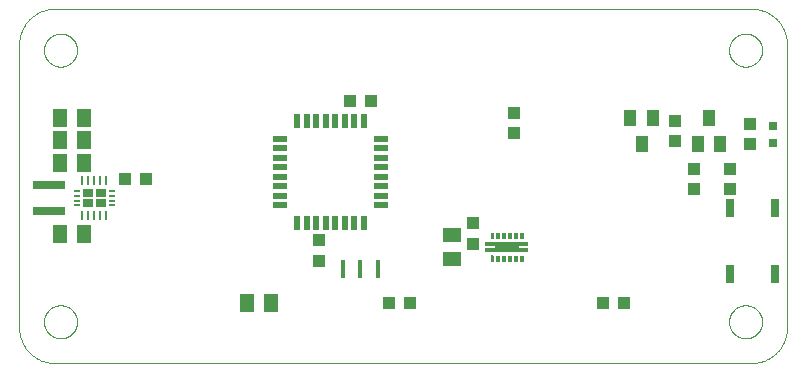
<source format=gtp>
G75*
%MOIN*%
%OFA0B0*%
%FSLAX25Y25*%
%IPPOS*%
%LPD*%
%AMOC8*
5,1,8,0,0,1.08239X$1,22.5*
%
%ADD10C,0.00000*%
%ADD11C,0.00906*%
%ADD12R,0.02264X0.00984*%
%ADD13R,0.02264X0.00886*%
%ADD14R,0.03543X0.02657*%
%ADD15R,0.00906X0.02697*%
%ADD16R,0.10600X0.03150*%
%ADD17R,0.02200X0.05000*%
%ADD18R,0.05000X0.02200*%
%ADD19R,0.04252X0.04134*%
%ADD20R,0.01575X0.06299*%
%ADD21R,0.04134X0.04252*%
%ADD22R,0.05118X0.06299*%
%ADD23R,0.04331X0.03937*%
%ADD24R,0.03150X0.03150*%
%ADD25R,0.06299X0.05118*%
%ADD26R,0.03937X0.05512*%
%ADD27R,0.03000X0.06000*%
%ADD28R,0.01102X0.01969*%
%ADD29R,0.07874X0.03543*%
%ADD30C,0.00100*%
%ADD31C,0.00600*%
%ADD32R,0.03200X0.01600*%
D10*
X0016811Y0006117D02*
X0249094Y0006117D01*
X0249379Y0006120D01*
X0249665Y0006131D01*
X0249950Y0006148D01*
X0250234Y0006172D01*
X0250518Y0006203D01*
X0250801Y0006241D01*
X0251082Y0006286D01*
X0251363Y0006337D01*
X0251643Y0006395D01*
X0251921Y0006460D01*
X0252197Y0006532D01*
X0252471Y0006610D01*
X0252744Y0006695D01*
X0253014Y0006787D01*
X0253282Y0006885D01*
X0253548Y0006989D01*
X0253811Y0007100D01*
X0254071Y0007217D01*
X0254329Y0007340D01*
X0254583Y0007470D01*
X0254834Y0007606D01*
X0255082Y0007747D01*
X0255326Y0007895D01*
X0255567Y0008048D01*
X0255803Y0008208D01*
X0256036Y0008373D01*
X0256265Y0008543D01*
X0256490Y0008719D01*
X0256710Y0008901D01*
X0256926Y0009087D01*
X0257137Y0009279D01*
X0257344Y0009476D01*
X0257546Y0009678D01*
X0257743Y0009885D01*
X0257935Y0010096D01*
X0258121Y0010312D01*
X0258303Y0010532D01*
X0258479Y0010757D01*
X0258649Y0010986D01*
X0258814Y0011219D01*
X0258974Y0011455D01*
X0259127Y0011696D01*
X0259275Y0011940D01*
X0259416Y0012188D01*
X0259552Y0012439D01*
X0259682Y0012693D01*
X0259805Y0012951D01*
X0259922Y0013211D01*
X0260033Y0013474D01*
X0260137Y0013740D01*
X0260235Y0014008D01*
X0260327Y0014278D01*
X0260412Y0014551D01*
X0260490Y0014825D01*
X0260562Y0015101D01*
X0260627Y0015379D01*
X0260685Y0015659D01*
X0260736Y0015940D01*
X0260781Y0016221D01*
X0260819Y0016504D01*
X0260850Y0016788D01*
X0260874Y0017072D01*
X0260891Y0017357D01*
X0260902Y0017643D01*
X0260905Y0017928D01*
X0260906Y0017928D02*
X0260906Y0112416D01*
X0260905Y0112416D02*
X0260902Y0112701D01*
X0260891Y0112987D01*
X0260874Y0113272D01*
X0260850Y0113556D01*
X0260819Y0113840D01*
X0260781Y0114123D01*
X0260736Y0114404D01*
X0260685Y0114685D01*
X0260627Y0114965D01*
X0260562Y0115243D01*
X0260490Y0115519D01*
X0260412Y0115793D01*
X0260327Y0116066D01*
X0260235Y0116336D01*
X0260137Y0116604D01*
X0260033Y0116870D01*
X0259922Y0117133D01*
X0259805Y0117393D01*
X0259682Y0117651D01*
X0259552Y0117905D01*
X0259416Y0118156D01*
X0259275Y0118404D01*
X0259127Y0118648D01*
X0258974Y0118889D01*
X0258814Y0119125D01*
X0258649Y0119358D01*
X0258479Y0119587D01*
X0258303Y0119812D01*
X0258121Y0120032D01*
X0257935Y0120248D01*
X0257743Y0120459D01*
X0257546Y0120666D01*
X0257344Y0120868D01*
X0257137Y0121065D01*
X0256926Y0121257D01*
X0256710Y0121443D01*
X0256490Y0121625D01*
X0256265Y0121801D01*
X0256036Y0121971D01*
X0255803Y0122136D01*
X0255567Y0122296D01*
X0255326Y0122449D01*
X0255082Y0122597D01*
X0254834Y0122738D01*
X0254583Y0122874D01*
X0254329Y0123004D01*
X0254071Y0123127D01*
X0253811Y0123244D01*
X0253548Y0123355D01*
X0253282Y0123459D01*
X0253014Y0123557D01*
X0252744Y0123649D01*
X0252471Y0123734D01*
X0252197Y0123812D01*
X0251921Y0123884D01*
X0251643Y0123949D01*
X0251363Y0124007D01*
X0251082Y0124058D01*
X0250801Y0124103D01*
X0250518Y0124141D01*
X0250234Y0124172D01*
X0249950Y0124196D01*
X0249665Y0124213D01*
X0249379Y0124224D01*
X0249094Y0124227D01*
X0016811Y0124227D01*
X0016526Y0124224D01*
X0016240Y0124213D01*
X0015955Y0124196D01*
X0015671Y0124172D01*
X0015387Y0124141D01*
X0015104Y0124103D01*
X0014823Y0124058D01*
X0014542Y0124007D01*
X0014262Y0123949D01*
X0013984Y0123884D01*
X0013708Y0123812D01*
X0013434Y0123734D01*
X0013161Y0123649D01*
X0012891Y0123557D01*
X0012623Y0123459D01*
X0012357Y0123355D01*
X0012094Y0123244D01*
X0011834Y0123127D01*
X0011576Y0123004D01*
X0011322Y0122874D01*
X0011071Y0122738D01*
X0010823Y0122597D01*
X0010579Y0122449D01*
X0010338Y0122296D01*
X0010102Y0122136D01*
X0009869Y0121971D01*
X0009640Y0121801D01*
X0009415Y0121625D01*
X0009195Y0121443D01*
X0008979Y0121257D01*
X0008768Y0121065D01*
X0008561Y0120868D01*
X0008359Y0120666D01*
X0008162Y0120459D01*
X0007970Y0120248D01*
X0007784Y0120032D01*
X0007602Y0119812D01*
X0007426Y0119587D01*
X0007256Y0119358D01*
X0007091Y0119125D01*
X0006931Y0118889D01*
X0006778Y0118648D01*
X0006630Y0118404D01*
X0006489Y0118156D01*
X0006353Y0117905D01*
X0006223Y0117651D01*
X0006100Y0117393D01*
X0005983Y0117133D01*
X0005872Y0116870D01*
X0005768Y0116604D01*
X0005670Y0116336D01*
X0005578Y0116066D01*
X0005493Y0115793D01*
X0005415Y0115519D01*
X0005343Y0115243D01*
X0005278Y0114965D01*
X0005220Y0114685D01*
X0005169Y0114404D01*
X0005124Y0114123D01*
X0005086Y0113840D01*
X0005055Y0113556D01*
X0005031Y0113272D01*
X0005014Y0112987D01*
X0005003Y0112701D01*
X0005000Y0112416D01*
X0005000Y0017928D01*
X0005003Y0017643D01*
X0005014Y0017357D01*
X0005031Y0017072D01*
X0005055Y0016788D01*
X0005086Y0016504D01*
X0005124Y0016221D01*
X0005169Y0015940D01*
X0005220Y0015659D01*
X0005278Y0015379D01*
X0005343Y0015101D01*
X0005415Y0014825D01*
X0005493Y0014551D01*
X0005578Y0014278D01*
X0005670Y0014008D01*
X0005768Y0013740D01*
X0005872Y0013474D01*
X0005983Y0013211D01*
X0006100Y0012951D01*
X0006223Y0012693D01*
X0006353Y0012439D01*
X0006489Y0012188D01*
X0006630Y0011940D01*
X0006778Y0011696D01*
X0006931Y0011455D01*
X0007091Y0011219D01*
X0007256Y0010986D01*
X0007426Y0010757D01*
X0007602Y0010532D01*
X0007784Y0010312D01*
X0007970Y0010096D01*
X0008162Y0009885D01*
X0008359Y0009678D01*
X0008561Y0009476D01*
X0008768Y0009279D01*
X0008979Y0009087D01*
X0009195Y0008901D01*
X0009415Y0008719D01*
X0009640Y0008543D01*
X0009869Y0008373D01*
X0010102Y0008208D01*
X0010338Y0008048D01*
X0010579Y0007895D01*
X0010823Y0007747D01*
X0011071Y0007606D01*
X0011322Y0007470D01*
X0011576Y0007340D01*
X0011834Y0007217D01*
X0012094Y0007100D01*
X0012357Y0006989D01*
X0012623Y0006885D01*
X0012891Y0006787D01*
X0013161Y0006695D01*
X0013434Y0006610D01*
X0013708Y0006532D01*
X0013984Y0006460D01*
X0014262Y0006395D01*
X0014542Y0006337D01*
X0014823Y0006286D01*
X0015104Y0006241D01*
X0015387Y0006203D01*
X0015671Y0006172D01*
X0015955Y0006148D01*
X0016240Y0006131D01*
X0016526Y0006120D01*
X0016811Y0006117D01*
X0013268Y0019896D02*
X0013270Y0020044D01*
X0013276Y0020192D01*
X0013286Y0020340D01*
X0013300Y0020487D01*
X0013318Y0020634D01*
X0013339Y0020780D01*
X0013365Y0020926D01*
X0013395Y0021071D01*
X0013428Y0021215D01*
X0013466Y0021358D01*
X0013507Y0021500D01*
X0013552Y0021641D01*
X0013600Y0021781D01*
X0013653Y0021920D01*
X0013709Y0022057D01*
X0013769Y0022192D01*
X0013832Y0022326D01*
X0013899Y0022458D01*
X0013970Y0022588D01*
X0014044Y0022716D01*
X0014121Y0022842D01*
X0014202Y0022966D01*
X0014286Y0023088D01*
X0014373Y0023207D01*
X0014464Y0023324D01*
X0014558Y0023439D01*
X0014654Y0023551D01*
X0014754Y0023661D01*
X0014856Y0023767D01*
X0014962Y0023871D01*
X0015070Y0023972D01*
X0015181Y0024070D01*
X0015294Y0024166D01*
X0015410Y0024258D01*
X0015528Y0024347D01*
X0015649Y0024432D01*
X0015772Y0024515D01*
X0015897Y0024594D01*
X0016024Y0024670D01*
X0016153Y0024742D01*
X0016284Y0024811D01*
X0016417Y0024876D01*
X0016552Y0024937D01*
X0016688Y0024995D01*
X0016825Y0025050D01*
X0016964Y0025100D01*
X0017105Y0025147D01*
X0017246Y0025190D01*
X0017389Y0025230D01*
X0017533Y0025265D01*
X0017677Y0025297D01*
X0017823Y0025324D01*
X0017969Y0025348D01*
X0018116Y0025368D01*
X0018263Y0025384D01*
X0018410Y0025396D01*
X0018558Y0025404D01*
X0018706Y0025408D01*
X0018854Y0025408D01*
X0019002Y0025404D01*
X0019150Y0025396D01*
X0019297Y0025384D01*
X0019444Y0025368D01*
X0019591Y0025348D01*
X0019737Y0025324D01*
X0019883Y0025297D01*
X0020027Y0025265D01*
X0020171Y0025230D01*
X0020314Y0025190D01*
X0020455Y0025147D01*
X0020596Y0025100D01*
X0020735Y0025050D01*
X0020872Y0024995D01*
X0021008Y0024937D01*
X0021143Y0024876D01*
X0021276Y0024811D01*
X0021407Y0024742D01*
X0021536Y0024670D01*
X0021663Y0024594D01*
X0021788Y0024515D01*
X0021911Y0024432D01*
X0022032Y0024347D01*
X0022150Y0024258D01*
X0022266Y0024166D01*
X0022379Y0024070D01*
X0022490Y0023972D01*
X0022598Y0023871D01*
X0022704Y0023767D01*
X0022806Y0023661D01*
X0022906Y0023551D01*
X0023002Y0023439D01*
X0023096Y0023324D01*
X0023187Y0023207D01*
X0023274Y0023088D01*
X0023358Y0022966D01*
X0023439Y0022842D01*
X0023516Y0022716D01*
X0023590Y0022588D01*
X0023661Y0022458D01*
X0023728Y0022326D01*
X0023791Y0022192D01*
X0023851Y0022057D01*
X0023907Y0021920D01*
X0023960Y0021781D01*
X0024008Y0021641D01*
X0024053Y0021500D01*
X0024094Y0021358D01*
X0024132Y0021215D01*
X0024165Y0021071D01*
X0024195Y0020926D01*
X0024221Y0020780D01*
X0024242Y0020634D01*
X0024260Y0020487D01*
X0024274Y0020340D01*
X0024284Y0020192D01*
X0024290Y0020044D01*
X0024292Y0019896D01*
X0024290Y0019748D01*
X0024284Y0019600D01*
X0024274Y0019452D01*
X0024260Y0019305D01*
X0024242Y0019158D01*
X0024221Y0019012D01*
X0024195Y0018866D01*
X0024165Y0018721D01*
X0024132Y0018577D01*
X0024094Y0018434D01*
X0024053Y0018292D01*
X0024008Y0018151D01*
X0023960Y0018011D01*
X0023907Y0017872D01*
X0023851Y0017735D01*
X0023791Y0017600D01*
X0023728Y0017466D01*
X0023661Y0017334D01*
X0023590Y0017204D01*
X0023516Y0017076D01*
X0023439Y0016950D01*
X0023358Y0016826D01*
X0023274Y0016704D01*
X0023187Y0016585D01*
X0023096Y0016468D01*
X0023002Y0016353D01*
X0022906Y0016241D01*
X0022806Y0016131D01*
X0022704Y0016025D01*
X0022598Y0015921D01*
X0022490Y0015820D01*
X0022379Y0015722D01*
X0022266Y0015626D01*
X0022150Y0015534D01*
X0022032Y0015445D01*
X0021911Y0015360D01*
X0021788Y0015277D01*
X0021663Y0015198D01*
X0021536Y0015122D01*
X0021407Y0015050D01*
X0021276Y0014981D01*
X0021143Y0014916D01*
X0021008Y0014855D01*
X0020872Y0014797D01*
X0020735Y0014742D01*
X0020596Y0014692D01*
X0020455Y0014645D01*
X0020314Y0014602D01*
X0020171Y0014562D01*
X0020027Y0014527D01*
X0019883Y0014495D01*
X0019737Y0014468D01*
X0019591Y0014444D01*
X0019444Y0014424D01*
X0019297Y0014408D01*
X0019150Y0014396D01*
X0019002Y0014388D01*
X0018854Y0014384D01*
X0018706Y0014384D01*
X0018558Y0014388D01*
X0018410Y0014396D01*
X0018263Y0014408D01*
X0018116Y0014424D01*
X0017969Y0014444D01*
X0017823Y0014468D01*
X0017677Y0014495D01*
X0017533Y0014527D01*
X0017389Y0014562D01*
X0017246Y0014602D01*
X0017105Y0014645D01*
X0016964Y0014692D01*
X0016825Y0014742D01*
X0016688Y0014797D01*
X0016552Y0014855D01*
X0016417Y0014916D01*
X0016284Y0014981D01*
X0016153Y0015050D01*
X0016024Y0015122D01*
X0015897Y0015198D01*
X0015772Y0015277D01*
X0015649Y0015360D01*
X0015528Y0015445D01*
X0015410Y0015534D01*
X0015294Y0015626D01*
X0015181Y0015722D01*
X0015070Y0015820D01*
X0014962Y0015921D01*
X0014856Y0016025D01*
X0014754Y0016131D01*
X0014654Y0016241D01*
X0014558Y0016353D01*
X0014464Y0016468D01*
X0014373Y0016585D01*
X0014286Y0016704D01*
X0014202Y0016826D01*
X0014121Y0016950D01*
X0014044Y0017076D01*
X0013970Y0017204D01*
X0013899Y0017334D01*
X0013832Y0017466D01*
X0013769Y0017600D01*
X0013709Y0017735D01*
X0013653Y0017872D01*
X0013600Y0018011D01*
X0013552Y0018151D01*
X0013507Y0018292D01*
X0013466Y0018434D01*
X0013428Y0018577D01*
X0013395Y0018721D01*
X0013365Y0018866D01*
X0013339Y0019012D01*
X0013318Y0019158D01*
X0013300Y0019305D01*
X0013286Y0019452D01*
X0013276Y0019600D01*
X0013270Y0019748D01*
X0013268Y0019896D01*
X0013268Y0110447D02*
X0013270Y0110595D01*
X0013276Y0110743D01*
X0013286Y0110891D01*
X0013300Y0111038D01*
X0013318Y0111185D01*
X0013339Y0111331D01*
X0013365Y0111477D01*
X0013395Y0111622D01*
X0013428Y0111766D01*
X0013466Y0111909D01*
X0013507Y0112051D01*
X0013552Y0112192D01*
X0013600Y0112332D01*
X0013653Y0112471D01*
X0013709Y0112608D01*
X0013769Y0112743D01*
X0013832Y0112877D01*
X0013899Y0113009D01*
X0013970Y0113139D01*
X0014044Y0113267D01*
X0014121Y0113393D01*
X0014202Y0113517D01*
X0014286Y0113639D01*
X0014373Y0113758D01*
X0014464Y0113875D01*
X0014558Y0113990D01*
X0014654Y0114102D01*
X0014754Y0114212D01*
X0014856Y0114318D01*
X0014962Y0114422D01*
X0015070Y0114523D01*
X0015181Y0114621D01*
X0015294Y0114717D01*
X0015410Y0114809D01*
X0015528Y0114898D01*
X0015649Y0114983D01*
X0015772Y0115066D01*
X0015897Y0115145D01*
X0016024Y0115221D01*
X0016153Y0115293D01*
X0016284Y0115362D01*
X0016417Y0115427D01*
X0016552Y0115488D01*
X0016688Y0115546D01*
X0016825Y0115601D01*
X0016964Y0115651D01*
X0017105Y0115698D01*
X0017246Y0115741D01*
X0017389Y0115781D01*
X0017533Y0115816D01*
X0017677Y0115848D01*
X0017823Y0115875D01*
X0017969Y0115899D01*
X0018116Y0115919D01*
X0018263Y0115935D01*
X0018410Y0115947D01*
X0018558Y0115955D01*
X0018706Y0115959D01*
X0018854Y0115959D01*
X0019002Y0115955D01*
X0019150Y0115947D01*
X0019297Y0115935D01*
X0019444Y0115919D01*
X0019591Y0115899D01*
X0019737Y0115875D01*
X0019883Y0115848D01*
X0020027Y0115816D01*
X0020171Y0115781D01*
X0020314Y0115741D01*
X0020455Y0115698D01*
X0020596Y0115651D01*
X0020735Y0115601D01*
X0020872Y0115546D01*
X0021008Y0115488D01*
X0021143Y0115427D01*
X0021276Y0115362D01*
X0021407Y0115293D01*
X0021536Y0115221D01*
X0021663Y0115145D01*
X0021788Y0115066D01*
X0021911Y0114983D01*
X0022032Y0114898D01*
X0022150Y0114809D01*
X0022266Y0114717D01*
X0022379Y0114621D01*
X0022490Y0114523D01*
X0022598Y0114422D01*
X0022704Y0114318D01*
X0022806Y0114212D01*
X0022906Y0114102D01*
X0023002Y0113990D01*
X0023096Y0113875D01*
X0023187Y0113758D01*
X0023274Y0113639D01*
X0023358Y0113517D01*
X0023439Y0113393D01*
X0023516Y0113267D01*
X0023590Y0113139D01*
X0023661Y0113009D01*
X0023728Y0112877D01*
X0023791Y0112743D01*
X0023851Y0112608D01*
X0023907Y0112471D01*
X0023960Y0112332D01*
X0024008Y0112192D01*
X0024053Y0112051D01*
X0024094Y0111909D01*
X0024132Y0111766D01*
X0024165Y0111622D01*
X0024195Y0111477D01*
X0024221Y0111331D01*
X0024242Y0111185D01*
X0024260Y0111038D01*
X0024274Y0110891D01*
X0024284Y0110743D01*
X0024290Y0110595D01*
X0024292Y0110447D01*
X0024290Y0110299D01*
X0024284Y0110151D01*
X0024274Y0110003D01*
X0024260Y0109856D01*
X0024242Y0109709D01*
X0024221Y0109563D01*
X0024195Y0109417D01*
X0024165Y0109272D01*
X0024132Y0109128D01*
X0024094Y0108985D01*
X0024053Y0108843D01*
X0024008Y0108702D01*
X0023960Y0108562D01*
X0023907Y0108423D01*
X0023851Y0108286D01*
X0023791Y0108151D01*
X0023728Y0108017D01*
X0023661Y0107885D01*
X0023590Y0107755D01*
X0023516Y0107627D01*
X0023439Y0107501D01*
X0023358Y0107377D01*
X0023274Y0107255D01*
X0023187Y0107136D01*
X0023096Y0107019D01*
X0023002Y0106904D01*
X0022906Y0106792D01*
X0022806Y0106682D01*
X0022704Y0106576D01*
X0022598Y0106472D01*
X0022490Y0106371D01*
X0022379Y0106273D01*
X0022266Y0106177D01*
X0022150Y0106085D01*
X0022032Y0105996D01*
X0021911Y0105911D01*
X0021788Y0105828D01*
X0021663Y0105749D01*
X0021536Y0105673D01*
X0021407Y0105601D01*
X0021276Y0105532D01*
X0021143Y0105467D01*
X0021008Y0105406D01*
X0020872Y0105348D01*
X0020735Y0105293D01*
X0020596Y0105243D01*
X0020455Y0105196D01*
X0020314Y0105153D01*
X0020171Y0105113D01*
X0020027Y0105078D01*
X0019883Y0105046D01*
X0019737Y0105019D01*
X0019591Y0104995D01*
X0019444Y0104975D01*
X0019297Y0104959D01*
X0019150Y0104947D01*
X0019002Y0104939D01*
X0018854Y0104935D01*
X0018706Y0104935D01*
X0018558Y0104939D01*
X0018410Y0104947D01*
X0018263Y0104959D01*
X0018116Y0104975D01*
X0017969Y0104995D01*
X0017823Y0105019D01*
X0017677Y0105046D01*
X0017533Y0105078D01*
X0017389Y0105113D01*
X0017246Y0105153D01*
X0017105Y0105196D01*
X0016964Y0105243D01*
X0016825Y0105293D01*
X0016688Y0105348D01*
X0016552Y0105406D01*
X0016417Y0105467D01*
X0016284Y0105532D01*
X0016153Y0105601D01*
X0016024Y0105673D01*
X0015897Y0105749D01*
X0015772Y0105828D01*
X0015649Y0105911D01*
X0015528Y0105996D01*
X0015410Y0106085D01*
X0015294Y0106177D01*
X0015181Y0106273D01*
X0015070Y0106371D01*
X0014962Y0106472D01*
X0014856Y0106576D01*
X0014754Y0106682D01*
X0014654Y0106792D01*
X0014558Y0106904D01*
X0014464Y0107019D01*
X0014373Y0107136D01*
X0014286Y0107255D01*
X0014202Y0107377D01*
X0014121Y0107501D01*
X0014044Y0107627D01*
X0013970Y0107755D01*
X0013899Y0107885D01*
X0013832Y0108017D01*
X0013769Y0108151D01*
X0013709Y0108286D01*
X0013653Y0108423D01*
X0013600Y0108562D01*
X0013552Y0108702D01*
X0013507Y0108843D01*
X0013466Y0108985D01*
X0013428Y0109128D01*
X0013395Y0109272D01*
X0013365Y0109417D01*
X0013339Y0109563D01*
X0013318Y0109709D01*
X0013300Y0109856D01*
X0013286Y0110003D01*
X0013276Y0110151D01*
X0013270Y0110299D01*
X0013268Y0110447D01*
X0241614Y0110447D02*
X0241616Y0110595D01*
X0241622Y0110743D01*
X0241632Y0110891D01*
X0241646Y0111038D01*
X0241664Y0111185D01*
X0241685Y0111331D01*
X0241711Y0111477D01*
X0241741Y0111622D01*
X0241774Y0111766D01*
X0241812Y0111909D01*
X0241853Y0112051D01*
X0241898Y0112192D01*
X0241946Y0112332D01*
X0241999Y0112471D01*
X0242055Y0112608D01*
X0242115Y0112743D01*
X0242178Y0112877D01*
X0242245Y0113009D01*
X0242316Y0113139D01*
X0242390Y0113267D01*
X0242467Y0113393D01*
X0242548Y0113517D01*
X0242632Y0113639D01*
X0242719Y0113758D01*
X0242810Y0113875D01*
X0242904Y0113990D01*
X0243000Y0114102D01*
X0243100Y0114212D01*
X0243202Y0114318D01*
X0243308Y0114422D01*
X0243416Y0114523D01*
X0243527Y0114621D01*
X0243640Y0114717D01*
X0243756Y0114809D01*
X0243874Y0114898D01*
X0243995Y0114983D01*
X0244118Y0115066D01*
X0244243Y0115145D01*
X0244370Y0115221D01*
X0244499Y0115293D01*
X0244630Y0115362D01*
X0244763Y0115427D01*
X0244898Y0115488D01*
X0245034Y0115546D01*
X0245171Y0115601D01*
X0245310Y0115651D01*
X0245451Y0115698D01*
X0245592Y0115741D01*
X0245735Y0115781D01*
X0245879Y0115816D01*
X0246023Y0115848D01*
X0246169Y0115875D01*
X0246315Y0115899D01*
X0246462Y0115919D01*
X0246609Y0115935D01*
X0246756Y0115947D01*
X0246904Y0115955D01*
X0247052Y0115959D01*
X0247200Y0115959D01*
X0247348Y0115955D01*
X0247496Y0115947D01*
X0247643Y0115935D01*
X0247790Y0115919D01*
X0247937Y0115899D01*
X0248083Y0115875D01*
X0248229Y0115848D01*
X0248373Y0115816D01*
X0248517Y0115781D01*
X0248660Y0115741D01*
X0248801Y0115698D01*
X0248942Y0115651D01*
X0249081Y0115601D01*
X0249218Y0115546D01*
X0249354Y0115488D01*
X0249489Y0115427D01*
X0249622Y0115362D01*
X0249753Y0115293D01*
X0249882Y0115221D01*
X0250009Y0115145D01*
X0250134Y0115066D01*
X0250257Y0114983D01*
X0250378Y0114898D01*
X0250496Y0114809D01*
X0250612Y0114717D01*
X0250725Y0114621D01*
X0250836Y0114523D01*
X0250944Y0114422D01*
X0251050Y0114318D01*
X0251152Y0114212D01*
X0251252Y0114102D01*
X0251348Y0113990D01*
X0251442Y0113875D01*
X0251533Y0113758D01*
X0251620Y0113639D01*
X0251704Y0113517D01*
X0251785Y0113393D01*
X0251862Y0113267D01*
X0251936Y0113139D01*
X0252007Y0113009D01*
X0252074Y0112877D01*
X0252137Y0112743D01*
X0252197Y0112608D01*
X0252253Y0112471D01*
X0252306Y0112332D01*
X0252354Y0112192D01*
X0252399Y0112051D01*
X0252440Y0111909D01*
X0252478Y0111766D01*
X0252511Y0111622D01*
X0252541Y0111477D01*
X0252567Y0111331D01*
X0252588Y0111185D01*
X0252606Y0111038D01*
X0252620Y0110891D01*
X0252630Y0110743D01*
X0252636Y0110595D01*
X0252638Y0110447D01*
X0252636Y0110299D01*
X0252630Y0110151D01*
X0252620Y0110003D01*
X0252606Y0109856D01*
X0252588Y0109709D01*
X0252567Y0109563D01*
X0252541Y0109417D01*
X0252511Y0109272D01*
X0252478Y0109128D01*
X0252440Y0108985D01*
X0252399Y0108843D01*
X0252354Y0108702D01*
X0252306Y0108562D01*
X0252253Y0108423D01*
X0252197Y0108286D01*
X0252137Y0108151D01*
X0252074Y0108017D01*
X0252007Y0107885D01*
X0251936Y0107755D01*
X0251862Y0107627D01*
X0251785Y0107501D01*
X0251704Y0107377D01*
X0251620Y0107255D01*
X0251533Y0107136D01*
X0251442Y0107019D01*
X0251348Y0106904D01*
X0251252Y0106792D01*
X0251152Y0106682D01*
X0251050Y0106576D01*
X0250944Y0106472D01*
X0250836Y0106371D01*
X0250725Y0106273D01*
X0250612Y0106177D01*
X0250496Y0106085D01*
X0250378Y0105996D01*
X0250257Y0105911D01*
X0250134Y0105828D01*
X0250009Y0105749D01*
X0249882Y0105673D01*
X0249753Y0105601D01*
X0249622Y0105532D01*
X0249489Y0105467D01*
X0249354Y0105406D01*
X0249218Y0105348D01*
X0249081Y0105293D01*
X0248942Y0105243D01*
X0248801Y0105196D01*
X0248660Y0105153D01*
X0248517Y0105113D01*
X0248373Y0105078D01*
X0248229Y0105046D01*
X0248083Y0105019D01*
X0247937Y0104995D01*
X0247790Y0104975D01*
X0247643Y0104959D01*
X0247496Y0104947D01*
X0247348Y0104939D01*
X0247200Y0104935D01*
X0247052Y0104935D01*
X0246904Y0104939D01*
X0246756Y0104947D01*
X0246609Y0104959D01*
X0246462Y0104975D01*
X0246315Y0104995D01*
X0246169Y0105019D01*
X0246023Y0105046D01*
X0245879Y0105078D01*
X0245735Y0105113D01*
X0245592Y0105153D01*
X0245451Y0105196D01*
X0245310Y0105243D01*
X0245171Y0105293D01*
X0245034Y0105348D01*
X0244898Y0105406D01*
X0244763Y0105467D01*
X0244630Y0105532D01*
X0244499Y0105601D01*
X0244370Y0105673D01*
X0244243Y0105749D01*
X0244118Y0105828D01*
X0243995Y0105911D01*
X0243874Y0105996D01*
X0243756Y0106085D01*
X0243640Y0106177D01*
X0243527Y0106273D01*
X0243416Y0106371D01*
X0243308Y0106472D01*
X0243202Y0106576D01*
X0243100Y0106682D01*
X0243000Y0106792D01*
X0242904Y0106904D01*
X0242810Y0107019D01*
X0242719Y0107136D01*
X0242632Y0107255D01*
X0242548Y0107377D01*
X0242467Y0107501D01*
X0242390Y0107627D01*
X0242316Y0107755D01*
X0242245Y0107885D01*
X0242178Y0108017D01*
X0242115Y0108151D01*
X0242055Y0108286D01*
X0241999Y0108423D01*
X0241946Y0108562D01*
X0241898Y0108702D01*
X0241853Y0108843D01*
X0241812Y0108985D01*
X0241774Y0109128D01*
X0241741Y0109272D01*
X0241711Y0109417D01*
X0241685Y0109563D01*
X0241664Y0109709D01*
X0241646Y0109856D01*
X0241632Y0110003D01*
X0241622Y0110151D01*
X0241616Y0110299D01*
X0241614Y0110447D01*
X0241614Y0019896D02*
X0241616Y0020044D01*
X0241622Y0020192D01*
X0241632Y0020340D01*
X0241646Y0020487D01*
X0241664Y0020634D01*
X0241685Y0020780D01*
X0241711Y0020926D01*
X0241741Y0021071D01*
X0241774Y0021215D01*
X0241812Y0021358D01*
X0241853Y0021500D01*
X0241898Y0021641D01*
X0241946Y0021781D01*
X0241999Y0021920D01*
X0242055Y0022057D01*
X0242115Y0022192D01*
X0242178Y0022326D01*
X0242245Y0022458D01*
X0242316Y0022588D01*
X0242390Y0022716D01*
X0242467Y0022842D01*
X0242548Y0022966D01*
X0242632Y0023088D01*
X0242719Y0023207D01*
X0242810Y0023324D01*
X0242904Y0023439D01*
X0243000Y0023551D01*
X0243100Y0023661D01*
X0243202Y0023767D01*
X0243308Y0023871D01*
X0243416Y0023972D01*
X0243527Y0024070D01*
X0243640Y0024166D01*
X0243756Y0024258D01*
X0243874Y0024347D01*
X0243995Y0024432D01*
X0244118Y0024515D01*
X0244243Y0024594D01*
X0244370Y0024670D01*
X0244499Y0024742D01*
X0244630Y0024811D01*
X0244763Y0024876D01*
X0244898Y0024937D01*
X0245034Y0024995D01*
X0245171Y0025050D01*
X0245310Y0025100D01*
X0245451Y0025147D01*
X0245592Y0025190D01*
X0245735Y0025230D01*
X0245879Y0025265D01*
X0246023Y0025297D01*
X0246169Y0025324D01*
X0246315Y0025348D01*
X0246462Y0025368D01*
X0246609Y0025384D01*
X0246756Y0025396D01*
X0246904Y0025404D01*
X0247052Y0025408D01*
X0247200Y0025408D01*
X0247348Y0025404D01*
X0247496Y0025396D01*
X0247643Y0025384D01*
X0247790Y0025368D01*
X0247937Y0025348D01*
X0248083Y0025324D01*
X0248229Y0025297D01*
X0248373Y0025265D01*
X0248517Y0025230D01*
X0248660Y0025190D01*
X0248801Y0025147D01*
X0248942Y0025100D01*
X0249081Y0025050D01*
X0249218Y0024995D01*
X0249354Y0024937D01*
X0249489Y0024876D01*
X0249622Y0024811D01*
X0249753Y0024742D01*
X0249882Y0024670D01*
X0250009Y0024594D01*
X0250134Y0024515D01*
X0250257Y0024432D01*
X0250378Y0024347D01*
X0250496Y0024258D01*
X0250612Y0024166D01*
X0250725Y0024070D01*
X0250836Y0023972D01*
X0250944Y0023871D01*
X0251050Y0023767D01*
X0251152Y0023661D01*
X0251252Y0023551D01*
X0251348Y0023439D01*
X0251442Y0023324D01*
X0251533Y0023207D01*
X0251620Y0023088D01*
X0251704Y0022966D01*
X0251785Y0022842D01*
X0251862Y0022716D01*
X0251936Y0022588D01*
X0252007Y0022458D01*
X0252074Y0022326D01*
X0252137Y0022192D01*
X0252197Y0022057D01*
X0252253Y0021920D01*
X0252306Y0021781D01*
X0252354Y0021641D01*
X0252399Y0021500D01*
X0252440Y0021358D01*
X0252478Y0021215D01*
X0252511Y0021071D01*
X0252541Y0020926D01*
X0252567Y0020780D01*
X0252588Y0020634D01*
X0252606Y0020487D01*
X0252620Y0020340D01*
X0252630Y0020192D01*
X0252636Y0020044D01*
X0252638Y0019896D01*
X0252636Y0019748D01*
X0252630Y0019600D01*
X0252620Y0019452D01*
X0252606Y0019305D01*
X0252588Y0019158D01*
X0252567Y0019012D01*
X0252541Y0018866D01*
X0252511Y0018721D01*
X0252478Y0018577D01*
X0252440Y0018434D01*
X0252399Y0018292D01*
X0252354Y0018151D01*
X0252306Y0018011D01*
X0252253Y0017872D01*
X0252197Y0017735D01*
X0252137Y0017600D01*
X0252074Y0017466D01*
X0252007Y0017334D01*
X0251936Y0017204D01*
X0251862Y0017076D01*
X0251785Y0016950D01*
X0251704Y0016826D01*
X0251620Y0016704D01*
X0251533Y0016585D01*
X0251442Y0016468D01*
X0251348Y0016353D01*
X0251252Y0016241D01*
X0251152Y0016131D01*
X0251050Y0016025D01*
X0250944Y0015921D01*
X0250836Y0015820D01*
X0250725Y0015722D01*
X0250612Y0015626D01*
X0250496Y0015534D01*
X0250378Y0015445D01*
X0250257Y0015360D01*
X0250134Y0015277D01*
X0250009Y0015198D01*
X0249882Y0015122D01*
X0249753Y0015050D01*
X0249622Y0014981D01*
X0249489Y0014916D01*
X0249354Y0014855D01*
X0249218Y0014797D01*
X0249081Y0014742D01*
X0248942Y0014692D01*
X0248801Y0014645D01*
X0248660Y0014602D01*
X0248517Y0014562D01*
X0248373Y0014527D01*
X0248229Y0014495D01*
X0248083Y0014468D01*
X0247937Y0014444D01*
X0247790Y0014424D01*
X0247643Y0014408D01*
X0247496Y0014396D01*
X0247348Y0014388D01*
X0247200Y0014384D01*
X0247052Y0014384D01*
X0246904Y0014388D01*
X0246756Y0014396D01*
X0246609Y0014408D01*
X0246462Y0014424D01*
X0246315Y0014444D01*
X0246169Y0014468D01*
X0246023Y0014495D01*
X0245879Y0014527D01*
X0245735Y0014562D01*
X0245592Y0014602D01*
X0245451Y0014645D01*
X0245310Y0014692D01*
X0245171Y0014742D01*
X0245034Y0014797D01*
X0244898Y0014855D01*
X0244763Y0014916D01*
X0244630Y0014981D01*
X0244499Y0015050D01*
X0244370Y0015122D01*
X0244243Y0015198D01*
X0244118Y0015277D01*
X0243995Y0015360D01*
X0243874Y0015445D01*
X0243756Y0015534D01*
X0243640Y0015626D01*
X0243527Y0015722D01*
X0243416Y0015820D01*
X0243308Y0015921D01*
X0243202Y0016025D01*
X0243100Y0016131D01*
X0243000Y0016241D01*
X0242904Y0016353D01*
X0242810Y0016468D01*
X0242719Y0016585D01*
X0242632Y0016704D01*
X0242548Y0016826D01*
X0242467Y0016950D01*
X0242390Y0017076D01*
X0242316Y0017204D01*
X0242245Y0017334D01*
X0242178Y0017466D01*
X0242115Y0017600D01*
X0242055Y0017735D01*
X0241999Y0017872D01*
X0241946Y0018011D01*
X0241898Y0018151D01*
X0241853Y0018292D01*
X0241812Y0018434D01*
X0241774Y0018577D01*
X0241741Y0018721D01*
X0241711Y0018866D01*
X0241685Y0019012D01*
X0241664Y0019158D01*
X0241646Y0019305D01*
X0241632Y0019452D01*
X0241622Y0019600D01*
X0241616Y0019748D01*
X0241614Y0019896D01*
D11*
X0033937Y0056481D03*
X0031969Y0056481D03*
X0030000Y0056481D03*
X0028031Y0056481D03*
X0026063Y0056481D03*
X0026063Y0065802D03*
X0028031Y0065802D03*
X0030000Y0065802D03*
X0031969Y0065802D03*
X0033937Y0065802D03*
D12*
X0035856Y0063479D03*
X0035856Y0058754D03*
X0024144Y0058754D03*
X0024144Y0063479D03*
D13*
X0024144Y0061914D03*
X0024144Y0060319D03*
X0035856Y0060319D03*
X0035856Y0061914D03*
D14*
X0032165Y0062839D03*
X0032165Y0059394D03*
X0027835Y0059394D03*
X0027835Y0062839D03*
D15*
X0028031Y0067150D03*
X0026063Y0067150D03*
X0030000Y0067150D03*
X0031969Y0067150D03*
X0033937Y0067150D03*
X0033937Y0055132D03*
X0031969Y0055132D03*
X0030000Y0055132D03*
X0028031Y0055132D03*
X0026063Y0055132D03*
D16*
X0015000Y0056792D03*
X0015000Y0065442D03*
D17*
X0097726Y0052967D03*
X0100876Y0052967D03*
X0104026Y0052967D03*
X0107175Y0052967D03*
X0110325Y0052967D03*
X0113474Y0052967D03*
X0116624Y0052967D03*
X0119774Y0052967D03*
X0119774Y0086767D03*
X0116624Y0086767D03*
X0113474Y0086767D03*
X0110325Y0086767D03*
X0107175Y0086767D03*
X0104026Y0086767D03*
X0100876Y0086767D03*
X0097726Y0086767D03*
D18*
X0091850Y0080890D03*
X0091850Y0077741D03*
X0091850Y0074591D03*
X0091850Y0071441D03*
X0091850Y0068292D03*
X0091850Y0065142D03*
X0091850Y0061993D03*
X0091850Y0058843D03*
X0125650Y0058843D03*
X0125650Y0061993D03*
X0125650Y0065142D03*
X0125650Y0068292D03*
X0125650Y0071441D03*
X0125650Y0074591D03*
X0125650Y0077741D03*
X0125650Y0080890D03*
D19*
X0156250Y0052687D03*
X0156250Y0045797D03*
X0105000Y0047062D03*
X0105000Y0040172D03*
D20*
X0112844Y0037367D03*
X0118750Y0037367D03*
X0124656Y0037367D03*
D21*
X0128430Y0026117D03*
X0135320Y0026117D03*
X0199680Y0026117D03*
X0206570Y0026117D03*
X0122195Y0093617D03*
X0115305Y0093617D03*
X0047195Y0067367D03*
X0040305Y0067367D03*
D22*
X0026437Y0072992D03*
X0018563Y0072992D03*
X0018563Y0080492D03*
X0026437Y0080492D03*
X0026437Y0087992D03*
X0018563Y0087992D03*
X0018563Y0049242D03*
X0026437Y0049242D03*
X0081063Y0026117D03*
X0088937Y0026117D03*
D23*
X0170000Y0082770D03*
X0170000Y0089463D03*
X0223750Y0086963D03*
X0223750Y0080270D03*
X0230000Y0070713D03*
X0230000Y0064020D03*
X0241875Y0064020D03*
X0241875Y0070713D03*
X0248750Y0079020D03*
X0248750Y0085713D03*
D24*
X0256250Y0085319D03*
X0256250Y0079414D03*
D25*
X0149375Y0048804D03*
X0149375Y0040930D03*
D26*
X0212500Y0079286D03*
X0208760Y0087947D03*
X0216240Y0087947D03*
X0235000Y0087947D03*
X0231260Y0079286D03*
X0238740Y0079286D03*
D27*
X0241875Y0057742D03*
X0256875Y0057742D03*
X0256875Y0035742D03*
X0241875Y0035742D03*
D28*
X0162579Y0041092D03*
D29*
X0167500Y0044867D03*
D30*
X0168100Y0045260D02*
X0168656Y0045817D01*
X0166344Y0045817D01*
X0166344Y0046343D01*
X0168656Y0046343D01*
X0168656Y0045817D01*
X0168656Y0045915D02*
X0166344Y0045915D01*
X0166344Y0045817D02*
X0166900Y0045260D01*
X0168100Y0045260D01*
X0168163Y0045324D02*
X0166837Y0045324D01*
X0166738Y0045423D02*
X0168262Y0045423D01*
X0168360Y0045521D02*
X0166640Y0045521D01*
X0166541Y0045620D02*
X0168459Y0045620D01*
X0168557Y0045718D02*
X0166443Y0045718D01*
X0166344Y0046014D02*
X0168656Y0046014D01*
X0168656Y0046112D02*
X0166344Y0046112D01*
X0166344Y0046211D02*
X0168656Y0046211D01*
X0168656Y0046309D02*
X0166344Y0046309D01*
X0165556Y0046309D02*
X0163858Y0046309D01*
X0163858Y0046343D02*
X0163858Y0045260D01*
X0165000Y0045260D01*
X0165556Y0045817D01*
X0163858Y0045817D01*
X0163858Y0045915D02*
X0165556Y0045915D01*
X0165556Y0045817D02*
X0165556Y0046343D01*
X0163858Y0046343D01*
X0163858Y0046211D02*
X0165556Y0046211D01*
X0165556Y0046112D02*
X0163858Y0046112D01*
X0163858Y0046014D02*
X0165556Y0046014D01*
X0165457Y0045718D02*
X0163858Y0045718D01*
X0163858Y0045620D02*
X0165359Y0045620D01*
X0165260Y0045521D02*
X0163858Y0045521D01*
X0163858Y0045423D02*
X0165162Y0045423D01*
X0165063Y0045324D02*
X0163858Y0045324D01*
X0163858Y0044473D02*
X0163858Y0043390D01*
X0165556Y0043390D01*
X0165556Y0043916D01*
X0165000Y0044473D01*
X0163858Y0044473D01*
X0163858Y0044438D02*
X0165035Y0044438D01*
X0165133Y0044339D02*
X0163858Y0044339D01*
X0163858Y0044241D02*
X0165232Y0044241D01*
X0165330Y0044142D02*
X0163858Y0044142D01*
X0163858Y0044044D02*
X0165429Y0044044D01*
X0165527Y0043945D02*
X0163858Y0043945D01*
X0163858Y0043846D02*
X0165556Y0043846D01*
X0165556Y0043748D02*
X0163858Y0043748D01*
X0163858Y0043649D02*
X0165556Y0043649D01*
X0165556Y0043551D02*
X0163858Y0043551D01*
X0163858Y0043452D02*
X0165556Y0043452D01*
X0166344Y0043452D02*
X0168656Y0043452D01*
X0168656Y0043390D02*
X0168656Y0043916D01*
X0168100Y0044473D01*
X0166900Y0044473D01*
X0166344Y0043916D01*
X0166344Y0043390D01*
X0168656Y0043390D01*
X0168656Y0043551D02*
X0166344Y0043551D01*
X0166344Y0043649D02*
X0168656Y0043649D01*
X0168656Y0043748D02*
X0166344Y0043748D01*
X0166344Y0043846D02*
X0168656Y0043846D01*
X0168627Y0043945D02*
X0166373Y0043945D01*
X0166471Y0044044D02*
X0168529Y0044044D01*
X0168430Y0044142D02*
X0166570Y0044142D01*
X0166668Y0044241D02*
X0168332Y0044241D01*
X0168233Y0044339D02*
X0166767Y0044339D01*
X0166865Y0044438D02*
X0168135Y0044438D01*
X0169444Y0043916D02*
X0169444Y0043390D01*
X0171142Y0043390D01*
X0171142Y0044473D01*
X0170000Y0044473D01*
X0169444Y0043916D01*
X0169473Y0043945D02*
X0171142Y0043945D01*
X0171142Y0044044D02*
X0169571Y0044044D01*
X0169670Y0044142D02*
X0171142Y0044142D01*
X0171142Y0044241D02*
X0169768Y0044241D01*
X0169867Y0044339D02*
X0171142Y0044339D01*
X0171142Y0044438D02*
X0169965Y0044438D01*
X0169444Y0043846D02*
X0171142Y0043846D01*
X0171142Y0043748D02*
X0169444Y0043748D01*
X0169444Y0043649D02*
X0171142Y0043649D01*
X0171142Y0043551D02*
X0169444Y0043551D01*
X0169444Y0043452D02*
X0171142Y0043452D01*
X0170906Y0041979D02*
X0170000Y0041979D01*
X0170000Y0040206D01*
X0170906Y0040206D01*
X0170906Y0041979D01*
X0170906Y0041975D02*
X0170000Y0041975D01*
X0170000Y0041876D02*
X0170906Y0041876D01*
X0170906Y0041778D02*
X0170000Y0041778D01*
X0170000Y0041679D02*
X0170906Y0041679D01*
X0170906Y0041581D02*
X0170000Y0041581D01*
X0170000Y0041482D02*
X0170906Y0041482D01*
X0170906Y0041384D02*
X0170000Y0041384D01*
X0170000Y0041285D02*
X0170906Y0041285D01*
X0170906Y0041187D02*
X0170000Y0041187D01*
X0170000Y0041088D02*
X0170906Y0041088D01*
X0170906Y0040990D02*
X0170000Y0040990D01*
X0170000Y0040891D02*
X0170906Y0040891D01*
X0170906Y0040793D02*
X0170000Y0040793D01*
X0170000Y0040694D02*
X0170906Y0040694D01*
X0170906Y0040596D02*
X0170000Y0040596D01*
X0170000Y0040497D02*
X0170906Y0040497D01*
X0170906Y0040399D02*
X0170000Y0040399D01*
X0170000Y0040300D02*
X0170906Y0040300D01*
X0171968Y0040300D02*
X0172874Y0040300D01*
X0172874Y0040206D02*
X0172874Y0041979D01*
X0171968Y0041979D01*
X0171968Y0040206D01*
X0172874Y0040206D01*
X0172874Y0040399D02*
X0171968Y0040399D01*
X0171968Y0040497D02*
X0172874Y0040497D01*
X0172874Y0040596D02*
X0171968Y0040596D01*
X0171968Y0040694D02*
X0172874Y0040694D01*
X0172874Y0040793D02*
X0171968Y0040793D01*
X0171968Y0040891D02*
X0172874Y0040891D01*
X0172874Y0040990D02*
X0171968Y0040990D01*
X0171968Y0041088D02*
X0172874Y0041088D01*
X0172874Y0041187D02*
X0171968Y0041187D01*
X0171968Y0041285D02*
X0172874Y0041285D01*
X0172874Y0041384D02*
X0171968Y0041384D01*
X0171968Y0041482D02*
X0172874Y0041482D01*
X0172874Y0041581D02*
X0171968Y0041581D01*
X0171968Y0041679D02*
X0172874Y0041679D01*
X0172874Y0041778D02*
X0171968Y0041778D01*
X0171968Y0041876D02*
X0172874Y0041876D01*
X0172874Y0041975D02*
X0171968Y0041975D01*
X0168937Y0041975D02*
X0168031Y0041975D01*
X0168031Y0041979D02*
X0168031Y0040206D01*
X0168937Y0040206D01*
X0168937Y0041979D01*
X0168031Y0041979D01*
X0168031Y0041876D02*
X0168937Y0041876D01*
X0168937Y0041778D02*
X0168031Y0041778D01*
X0168031Y0041679D02*
X0168937Y0041679D01*
X0168937Y0041581D02*
X0168031Y0041581D01*
X0168031Y0041482D02*
X0168937Y0041482D01*
X0168937Y0041384D02*
X0168031Y0041384D01*
X0168031Y0041285D02*
X0168937Y0041285D01*
X0168937Y0041187D02*
X0168031Y0041187D01*
X0168031Y0041088D02*
X0168937Y0041088D01*
X0168937Y0040990D02*
X0168031Y0040990D01*
X0168031Y0040891D02*
X0168937Y0040891D01*
X0168937Y0040793D02*
X0168031Y0040793D01*
X0168031Y0040694D02*
X0168937Y0040694D01*
X0168937Y0040596D02*
X0168031Y0040596D01*
X0168031Y0040497D02*
X0168937Y0040497D01*
X0168937Y0040399D02*
X0168031Y0040399D01*
X0168031Y0040300D02*
X0168937Y0040300D01*
X0166969Y0040300D02*
X0166063Y0040300D01*
X0166063Y0040206D02*
X0166063Y0041979D01*
X0166969Y0041979D01*
X0166969Y0040206D01*
X0166063Y0040206D01*
X0166063Y0040399D02*
X0166969Y0040399D01*
X0166969Y0040497D02*
X0166063Y0040497D01*
X0166063Y0040596D02*
X0166969Y0040596D01*
X0166969Y0040694D02*
X0166063Y0040694D01*
X0166063Y0040793D02*
X0166969Y0040793D01*
X0166969Y0040891D02*
X0166063Y0040891D01*
X0166063Y0040990D02*
X0166969Y0040990D01*
X0166969Y0041088D02*
X0166063Y0041088D01*
X0166063Y0041187D02*
X0166969Y0041187D01*
X0166969Y0041285D02*
X0166063Y0041285D01*
X0166063Y0041384D02*
X0166969Y0041384D01*
X0166969Y0041482D02*
X0166063Y0041482D01*
X0166063Y0041581D02*
X0166969Y0041581D01*
X0166969Y0041679D02*
X0166063Y0041679D01*
X0166063Y0041778D02*
X0166969Y0041778D01*
X0166969Y0041876D02*
X0166063Y0041876D01*
X0166063Y0041975D02*
X0166969Y0041975D01*
X0165000Y0041975D02*
X0164094Y0041975D01*
X0164094Y0041979D02*
X0164094Y0040206D01*
X0165000Y0040206D01*
X0165000Y0041979D01*
X0164094Y0041979D01*
X0164094Y0041876D02*
X0165000Y0041876D01*
X0165000Y0041778D02*
X0164094Y0041778D01*
X0164094Y0041679D02*
X0165000Y0041679D01*
X0165000Y0041581D02*
X0164094Y0041581D01*
X0164094Y0041482D02*
X0165000Y0041482D01*
X0165000Y0041384D02*
X0164094Y0041384D01*
X0164094Y0041285D02*
X0165000Y0041285D01*
X0165000Y0041187D02*
X0164094Y0041187D01*
X0164094Y0041088D02*
X0165000Y0041088D01*
X0165000Y0040990D02*
X0164094Y0040990D01*
X0164094Y0040891D02*
X0165000Y0040891D01*
X0165000Y0040793D02*
X0164094Y0040793D01*
X0164094Y0040694D02*
X0165000Y0040694D01*
X0165000Y0040596D02*
X0164094Y0040596D01*
X0164094Y0040497D02*
X0165000Y0040497D01*
X0165000Y0040399D02*
X0164094Y0040399D01*
X0164094Y0040300D02*
X0165000Y0040300D01*
X0163032Y0040300D02*
X0162126Y0040300D01*
X0162126Y0040206D02*
X0162126Y0041979D01*
X0163032Y0041979D01*
X0163032Y0040206D01*
X0162126Y0040206D01*
X0162126Y0040399D02*
X0163032Y0040399D01*
X0163032Y0040497D02*
X0162126Y0040497D01*
X0162126Y0040596D02*
X0163032Y0040596D01*
X0163032Y0040694D02*
X0162126Y0040694D01*
X0162126Y0040793D02*
X0163032Y0040793D01*
X0163032Y0040891D02*
X0162126Y0040891D01*
X0162126Y0040990D02*
X0163032Y0040990D01*
X0163032Y0041088D02*
X0162126Y0041088D01*
X0162126Y0041187D02*
X0163032Y0041187D01*
X0163032Y0041285D02*
X0162126Y0041285D01*
X0162126Y0041384D02*
X0163032Y0041384D01*
X0163032Y0041482D02*
X0162126Y0041482D01*
X0162126Y0041581D02*
X0163032Y0041581D01*
X0163032Y0041679D02*
X0162126Y0041679D01*
X0162126Y0041778D02*
X0163032Y0041778D01*
X0163032Y0041876D02*
X0162126Y0041876D01*
X0162126Y0041975D02*
X0163032Y0041975D01*
X0169444Y0045817D02*
X0170000Y0045260D01*
X0171142Y0045260D01*
X0171142Y0046343D01*
X0169444Y0046343D01*
X0169444Y0045817D01*
X0171142Y0045817D01*
X0171142Y0045915D02*
X0169444Y0045915D01*
X0169444Y0046014D02*
X0171142Y0046014D01*
X0171142Y0046112D02*
X0169444Y0046112D01*
X0169444Y0046211D02*
X0171142Y0046211D01*
X0171142Y0046309D02*
X0169444Y0046309D01*
X0169543Y0045718D02*
X0171142Y0045718D01*
X0171142Y0045620D02*
X0169641Y0045620D01*
X0169740Y0045521D02*
X0171142Y0045521D01*
X0171142Y0045423D02*
X0169838Y0045423D01*
X0169937Y0045324D02*
X0171142Y0045324D01*
X0170906Y0047755D02*
X0170906Y0049528D01*
X0170000Y0049528D01*
X0170000Y0047755D01*
X0170906Y0047755D01*
X0170906Y0047787D02*
X0170000Y0047787D01*
X0170000Y0047885D02*
X0170906Y0047885D01*
X0170906Y0047984D02*
X0170000Y0047984D01*
X0170000Y0048082D02*
X0170906Y0048082D01*
X0170906Y0048181D02*
X0170000Y0048181D01*
X0170000Y0048280D02*
X0170906Y0048280D01*
X0170906Y0048378D02*
X0170000Y0048378D01*
X0170000Y0048477D02*
X0170906Y0048477D01*
X0170906Y0048575D02*
X0170000Y0048575D01*
X0170000Y0048674D02*
X0170906Y0048674D01*
X0170906Y0048772D02*
X0170000Y0048772D01*
X0170000Y0048871D02*
X0170906Y0048871D01*
X0170906Y0048969D02*
X0170000Y0048969D01*
X0170000Y0049068D02*
X0170906Y0049068D01*
X0170906Y0049166D02*
X0170000Y0049166D01*
X0170000Y0049265D02*
X0170906Y0049265D01*
X0170906Y0049363D02*
X0170000Y0049363D01*
X0170000Y0049462D02*
X0170906Y0049462D01*
X0171968Y0049462D02*
X0172874Y0049462D01*
X0172874Y0049528D02*
X0171968Y0049528D01*
X0171968Y0047755D01*
X0172874Y0047755D01*
X0172874Y0049528D01*
X0172874Y0049363D02*
X0171968Y0049363D01*
X0171968Y0049265D02*
X0172874Y0049265D01*
X0172874Y0049166D02*
X0171968Y0049166D01*
X0171968Y0049068D02*
X0172874Y0049068D01*
X0172874Y0048969D02*
X0171968Y0048969D01*
X0171968Y0048871D02*
X0172874Y0048871D01*
X0172874Y0048772D02*
X0171968Y0048772D01*
X0171968Y0048674D02*
X0172874Y0048674D01*
X0172874Y0048575D02*
X0171968Y0048575D01*
X0171968Y0048477D02*
X0172874Y0048477D01*
X0172874Y0048378D02*
X0171968Y0048378D01*
X0171968Y0048280D02*
X0172874Y0048280D01*
X0172874Y0048181D02*
X0171968Y0048181D01*
X0171968Y0048082D02*
X0172874Y0048082D01*
X0172874Y0047984D02*
X0171968Y0047984D01*
X0171968Y0047885D02*
X0172874Y0047885D01*
X0172874Y0047787D02*
X0171968Y0047787D01*
X0168937Y0047787D02*
X0168031Y0047787D01*
X0168031Y0047755D02*
X0168031Y0049528D01*
X0168937Y0049528D01*
X0168937Y0047755D01*
X0168031Y0047755D01*
X0168031Y0047885D02*
X0168937Y0047885D01*
X0168937Y0047984D02*
X0168031Y0047984D01*
X0168031Y0048082D02*
X0168937Y0048082D01*
X0168937Y0048181D02*
X0168031Y0048181D01*
X0168031Y0048280D02*
X0168937Y0048280D01*
X0168937Y0048378D02*
X0168031Y0048378D01*
X0168031Y0048477D02*
X0168937Y0048477D01*
X0168937Y0048575D02*
X0168031Y0048575D01*
X0168031Y0048674D02*
X0168937Y0048674D01*
X0168937Y0048772D02*
X0168031Y0048772D01*
X0168031Y0048871D02*
X0168937Y0048871D01*
X0168937Y0048969D02*
X0168031Y0048969D01*
X0168031Y0049068D02*
X0168937Y0049068D01*
X0168937Y0049166D02*
X0168031Y0049166D01*
X0168031Y0049265D02*
X0168937Y0049265D01*
X0168937Y0049363D02*
X0168031Y0049363D01*
X0168031Y0049462D02*
X0168937Y0049462D01*
X0166969Y0049462D02*
X0166063Y0049462D01*
X0166063Y0049528D02*
X0166063Y0047755D01*
X0166969Y0047755D01*
X0166969Y0049528D01*
X0166063Y0049528D01*
X0166063Y0049363D02*
X0166969Y0049363D01*
X0166969Y0049265D02*
X0166063Y0049265D01*
X0166063Y0049166D02*
X0166969Y0049166D01*
X0166969Y0049068D02*
X0166063Y0049068D01*
X0166063Y0048969D02*
X0166969Y0048969D01*
X0166969Y0048871D02*
X0166063Y0048871D01*
X0166063Y0048772D02*
X0166969Y0048772D01*
X0166969Y0048674D02*
X0166063Y0048674D01*
X0166063Y0048575D02*
X0166969Y0048575D01*
X0166969Y0048477D02*
X0166063Y0048477D01*
X0166063Y0048378D02*
X0166969Y0048378D01*
X0166969Y0048280D02*
X0166063Y0048280D01*
X0166063Y0048181D02*
X0166969Y0048181D01*
X0166969Y0048082D02*
X0166063Y0048082D01*
X0166063Y0047984D02*
X0166969Y0047984D01*
X0166969Y0047885D02*
X0166063Y0047885D01*
X0166063Y0047787D02*
X0166969Y0047787D01*
X0165000Y0047787D02*
X0164094Y0047787D01*
X0164094Y0047755D02*
X0164094Y0049528D01*
X0165000Y0049528D01*
X0165000Y0047755D01*
X0164094Y0047755D01*
X0164094Y0047885D02*
X0165000Y0047885D01*
X0165000Y0047984D02*
X0164094Y0047984D01*
X0164094Y0048082D02*
X0165000Y0048082D01*
X0165000Y0048181D02*
X0164094Y0048181D01*
X0164094Y0048280D02*
X0165000Y0048280D01*
X0165000Y0048378D02*
X0164094Y0048378D01*
X0164094Y0048477D02*
X0165000Y0048477D01*
X0165000Y0048575D02*
X0164094Y0048575D01*
X0164094Y0048674D02*
X0165000Y0048674D01*
X0165000Y0048772D02*
X0164094Y0048772D01*
X0164094Y0048871D02*
X0165000Y0048871D01*
X0165000Y0048969D02*
X0164094Y0048969D01*
X0164094Y0049068D02*
X0165000Y0049068D01*
X0165000Y0049166D02*
X0164094Y0049166D01*
X0164094Y0049265D02*
X0165000Y0049265D01*
X0165000Y0049363D02*
X0164094Y0049363D01*
X0164094Y0049462D02*
X0165000Y0049462D01*
X0163032Y0049462D02*
X0162126Y0049462D01*
X0162126Y0049528D02*
X0162126Y0047755D01*
X0163032Y0047755D01*
X0163032Y0049528D01*
X0162126Y0049528D01*
X0162126Y0049363D02*
X0163032Y0049363D01*
X0163032Y0049265D02*
X0162126Y0049265D01*
X0162126Y0049166D02*
X0163032Y0049166D01*
X0163032Y0049068D02*
X0162126Y0049068D01*
X0162126Y0048969D02*
X0163032Y0048969D01*
X0163032Y0048871D02*
X0162126Y0048871D01*
X0162126Y0048772D02*
X0163032Y0048772D01*
X0163032Y0048674D02*
X0162126Y0048674D01*
X0162126Y0048575D02*
X0163032Y0048575D01*
X0163032Y0048477D02*
X0162126Y0048477D01*
X0162126Y0048378D02*
X0163032Y0048378D01*
X0163032Y0048280D02*
X0162126Y0048280D01*
X0162126Y0048181D02*
X0163032Y0048181D01*
X0163032Y0048082D02*
X0162126Y0048082D01*
X0162126Y0047984D02*
X0163032Y0047984D01*
X0163032Y0047885D02*
X0162126Y0047885D01*
X0162126Y0047787D02*
X0163032Y0047787D01*
D31*
X0163363Y0046143D02*
X0161007Y0046143D01*
X0161007Y0045559D01*
X0163363Y0045559D01*
X0163363Y0046143D01*
X0163363Y0045618D02*
X0161007Y0045618D01*
X0161007Y0044175D02*
X0161007Y0043590D01*
X0163363Y0043590D01*
X0163363Y0044175D01*
X0161007Y0044175D01*
X0161007Y0043823D02*
X0163363Y0043823D01*
X0171637Y0043823D02*
X0173993Y0043823D01*
X0173993Y0043590D02*
X0171637Y0043590D01*
X0171637Y0044175D01*
X0173993Y0044175D01*
X0173993Y0043590D01*
X0173993Y0045559D02*
X0173993Y0046143D01*
X0171637Y0046143D01*
X0171637Y0045559D01*
X0173993Y0045559D01*
X0173993Y0045618D02*
X0171637Y0045618D01*
D32*
X0173000Y0045867D03*
X0173000Y0043867D03*
X0162000Y0043867D03*
X0162000Y0045867D03*
M02*

</source>
